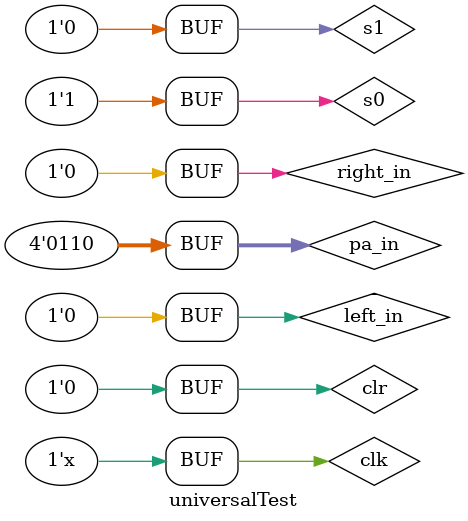
<source format=v>
`timescale 1ns / 1ps


module universalTest;

	// Inputs
	reg clk;
	reg clr;
	reg s0;
	reg s1;
	reg left_in;
	reg right_in;
	reg [3:0] pa_in;

	// Outputs
	wire [3:0] pa_out;
	wire left_out;
	wire right_out;

	// Instantiate the Unit Under Test (UUT)
	universalShiftRegister uut (
		.clk(clk), 
		.clr(clr), 
		.s0(s0), 
		.s1(s1), 
		.left_in(left_in), 
		.right_in(right_in), 
		.pa_in(pa_in), 
		.pa_out(pa_out), 
		.left_out(left_out), 
		.right_out(right_out)
	);

	initial begin
   clk = 0;
   clr = 0;
   s0 = 0;
   s1 = 0;
   left_in = 0;
   right_in = 0;
   pa_in = 0;


   #10;   // load data
   s0 = 1;
   s1 = 1;
   pa_in = 4'b1001;

   #10;   // hold
   s0 = 0;
   s1 = 0;
   pa_in = 4'b0000;

   #30;   // shift right
   s0 = 0;
   s1 = 1;
   left_in = 1;

   #10
   left_in = 0;

   #60;   // load data
   s0 = 1;
   s1 = 1;
   pa_in = 4'b0110;

	#20;   // shift left
   s0 = 1;
   s1 = 0;
   right_in = 1;

   #10
   right_in = 0;

   #60
   clr = 1;

   #10
   clr = 0;
	
	end
	

	always #10 clk = ~clk;


	always @(clk) begin
		$display("[%dns][left_out %d],[right_out %d],[pa_out %d]",$time,left_out,right_out,pa_out );
	end
    
endmodule


</source>
